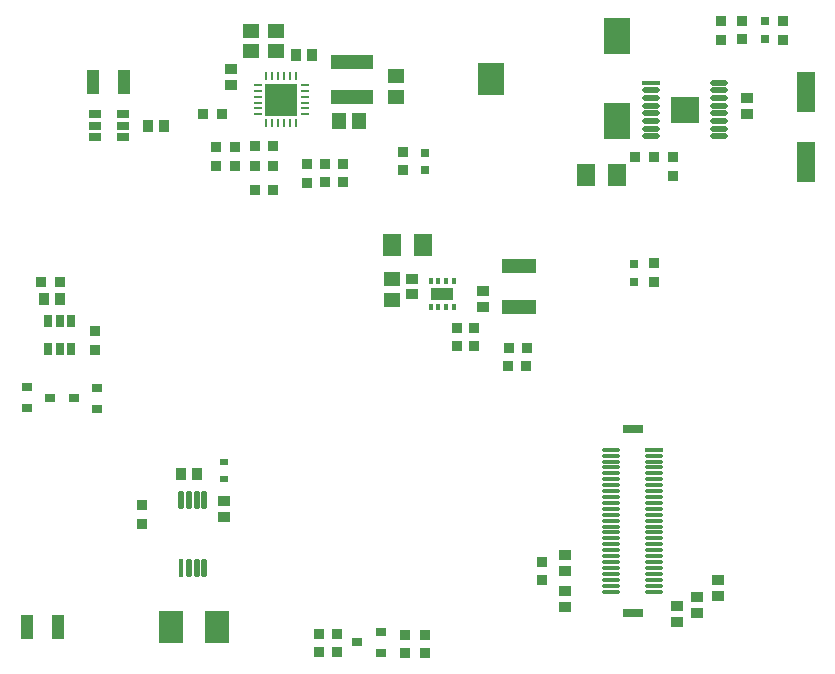
<source format=gtp>
G04*
G04 #@! TF.GenerationSoftware,Altium Limited,Altium Designer,19.0.15 (446)*
G04*
G04 Layer_Color=8421504*
%FSLAX25Y25*%
%MOIN*%
G70*
G01*
G75*
%ADD16R,0.03347X0.03347*%
%ADD17R,0.03150X0.03150*%
%ADD18R,0.04488X0.07992*%
%ADD19R,0.10630X0.10630*%
G04:AMPARAMS|DCode=20|XSize=9.84mil|YSize=29.53mil|CornerRadius=2.46mil|HoleSize=0mil|Usage=FLASHONLY|Rotation=0.000|XOffset=0mil|YOffset=0mil|HoleType=Round|Shape=RoundedRectangle|*
%AMROUNDEDRECTD20*
21,1,0.00984,0.02461,0,0,0.0*
21,1,0.00492,0.02953,0,0,0.0*
1,1,0.00492,0.00246,-0.01230*
1,1,0.00492,-0.00246,-0.01230*
1,1,0.00492,-0.00246,0.01230*
1,1,0.00492,0.00246,0.01230*
%
%ADD20ROUNDEDRECTD20*%
G04:AMPARAMS|DCode=21|XSize=9.84mil|YSize=29.53mil|CornerRadius=2.46mil|HoleSize=0mil|Usage=FLASHONLY|Rotation=90.000|XOffset=0mil|YOffset=0mil|HoleType=Round|Shape=RoundedRectangle|*
%AMROUNDEDRECTD21*
21,1,0.00984,0.02461,0,0,90.0*
21,1,0.00492,0.02953,0,0,90.0*
1,1,0.00492,0.01230,0.00246*
1,1,0.00492,0.01230,-0.00246*
1,1,0.00492,-0.01230,-0.00246*
1,1,0.00492,-0.01230,0.00246*
%
%ADD21ROUNDEDRECTD21*%
%ADD22R,0.02953X0.00984*%
%ADD23R,0.03937X0.03543*%
%ADD24R,0.05512X0.04528*%
%ADD25R,0.03543X0.03937*%
%ADD26R,0.04528X0.05512*%
%ADD27R,0.08900X0.10900*%
%ADD28R,0.08900X0.12100*%
%ADD29R,0.09685X0.09095*%
%ADD30O,0.05906X0.01772*%
%ADD31R,0.05906X0.01772*%
%ADD32R,0.05906X0.07284*%
%ADD33R,0.03347X0.03347*%
%ADD34R,0.06102X0.13583*%
%ADD35R,0.02559X0.04331*%
%ADD36R,0.03543X0.03150*%
%ADD37R,0.03150X0.02362*%
G04:AMPARAMS|DCode=38|XSize=59.06mil|YSize=17.72mil|CornerRadius=4.43mil|HoleSize=0mil|Usage=FLASHONLY|Rotation=90.000|XOffset=0mil|YOffset=0mil|HoleType=Round|Shape=RoundedRectangle|*
%AMROUNDEDRECTD38*
21,1,0.05906,0.00886,0,0,90.0*
21,1,0.05020,0.01772,0,0,90.0*
1,1,0.00886,0.00443,0.02510*
1,1,0.00886,0.00443,-0.02510*
1,1,0.00886,-0.00443,-0.02510*
1,1,0.00886,-0.00443,0.02510*
%
%ADD38ROUNDEDRECTD38*%
%ADD39R,0.01772X0.05906*%
%ADD40R,0.08465X0.11024*%
%ADD41R,0.11417X0.04921*%
%ADD42R,0.01575X0.01968*%
%ADD43R,0.07480X0.04331*%
%ADD44R,0.04331X0.02559*%
%ADD45R,0.14173X0.04528*%
%ADD46R,0.07087X0.03150*%
%ADD47R,0.06299X0.01181*%
%ADD48O,0.06299X0.01181*%
D16*
X268701Y225492D02*
D03*
Y219390D02*
D03*
X142126Y175787D02*
D03*
Y181890D02*
D03*
X232087Y174016D02*
D03*
Y180118D02*
D03*
X254921Y225590D02*
D03*
Y219488D02*
D03*
X248031Y219390D02*
D03*
Y225492D02*
D03*
X39390Y122161D02*
D03*
Y116059D02*
D03*
X113976Y21260D02*
D03*
Y15157D02*
D03*
X119882D02*
D03*
Y21260D02*
D03*
X142520Y21063D02*
D03*
Y14961D02*
D03*
X149409D02*
D03*
Y21063D02*
D03*
X188386Y39272D02*
D03*
Y45374D02*
D03*
X225788Y138735D02*
D03*
Y144837D02*
D03*
X165748Y117224D02*
D03*
Y123327D02*
D03*
X159843Y117323D02*
D03*
Y123425D02*
D03*
X122047Y171949D02*
D03*
Y178051D02*
D03*
X116142Y177953D02*
D03*
Y171850D02*
D03*
X109843Y171752D02*
D03*
Y177854D02*
D03*
X85827Y183465D02*
D03*
Y177362D02*
D03*
X79527Y183465D02*
D03*
Y177362D02*
D03*
X55118Y64173D02*
D03*
Y58071D02*
D03*
D17*
X262795Y219587D02*
D03*
Y225492D02*
D03*
X149213Y175787D02*
D03*
Y181693D02*
D03*
X218898Y138735D02*
D03*
Y144641D02*
D03*
D18*
X49055Y205216D02*
D03*
X38583D02*
D03*
X27008Y23622D02*
D03*
X16535D02*
D03*
D19*
X101378Y199409D02*
D03*
D20*
X96457Y207283D02*
D03*
X98425D02*
D03*
X100394D02*
D03*
X102362D02*
D03*
X104331D02*
D03*
X106299D02*
D03*
Y191535D02*
D03*
X104331D02*
D03*
X102362D02*
D03*
X100394D02*
D03*
X98425D02*
D03*
X96457D02*
D03*
D21*
X109252Y204331D02*
D03*
Y202362D02*
D03*
Y200394D02*
D03*
Y198425D02*
D03*
Y196457D02*
D03*
Y194488D02*
D03*
X93504D02*
D03*
Y196457D02*
D03*
Y198425D02*
D03*
Y200394D02*
D03*
Y202362D02*
D03*
D22*
Y204331D02*
D03*
D23*
X84646D02*
D03*
Y209646D02*
D03*
X256693Y200000D02*
D03*
Y194685D02*
D03*
X82480Y65748D02*
D03*
Y60433D02*
D03*
X233268Y30512D02*
D03*
Y25197D02*
D03*
X240158Y33465D02*
D03*
Y28150D02*
D03*
X247047Y39370D02*
D03*
Y34055D02*
D03*
X195866Y35630D02*
D03*
Y30315D02*
D03*
Y42323D02*
D03*
Y47638D02*
D03*
X145079Y139764D02*
D03*
Y134449D02*
D03*
X168701Y130217D02*
D03*
Y135531D02*
D03*
D24*
X99606Y222342D02*
D03*
Y215453D02*
D03*
X91339Y222342D02*
D03*
Y215453D02*
D03*
X139764Y207283D02*
D03*
Y200394D02*
D03*
X138189Y132677D02*
D03*
Y139567D02*
D03*
D25*
X111614Y214173D02*
D03*
X106299D02*
D03*
X27579Y132791D02*
D03*
X22264D02*
D03*
X73425Y74606D02*
D03*
X68110D02*
D03*
X57087Y190748D02*
D03*
X62402D02*
D03*
D26*
X127461Y192126D02*
D03*
X120571D02*
D03*
D27*
X171486Y206424D02*
D03*
D28*
X213386Y192224D02*
D03*
Y220624D02*
D03*
D29*
X236024Y196063D02*
D03*
D30*
X247441Y187106D02*
D03*
Y189665D02*
D03*
Y192224D02*
D03*
Y194783D02*
D03*
Y197343D02*
D03*
Y199902D02*
D03*
Y202461D02*
D03*
Y205020D02*
D03*
X224606Y187106D02*
D03*
Y189665D02*
D03*
Y192224D02*
D03*
Y194783D02*
D03*
Y197343D02*
D03*
Y199902D02*
D03*
Y202461D02*
D03*
D31*
Y205020D02*
D03*
D32*
X213386Y174213D02*
D03*
X202953D02*
D03*
X148622Y150886D02*
D03*
X138189D02*
D03*
D33*
X225591Y180118D02*
D03*
X219488D02*
D03*
X27579Y138697D02*
D03*
X21476D02*
D03*
X183268Y116634D02*
D03*
X177165D02*
D03*
X176969Y110728D02*
D03*
X183071D02*
D03*
X92520Y183858D02*
D03*
X98622D02*
D03*
X98721Y177165D02*
D03*
X92618D02*
D03*
X98721Y169291D02*
D03*
X92618D02*
D03*
X75394Y194488D02*
D03*
X81496D02*
D03*
D34*
X276378Y201969D02*
D03*
Y178740D02*
D03*
D35*
X23819Y125591D02*
D03*
X27559D02*
D03*
X31299D02*
D03*
Y116142D02*
D03*
X27559D02*
D03*
X23819D02*
D03*
D36*
X24409Y100000D02*
D03*
X16535Y96457D02*
D03*
Y103543D02*
D03*
X32283Y99803D02*
D03*
X40157Y103347D02*
D03*
Y96260D02*
D03*
X126772Y18504D02*
D03*
X134646Y22047D02*
D03*
Y14961D02*
D03*
D37*
X82480Y73032D02*
D03*
Y78543D02*
D03*
D38*
X75787Y65945D02*
D03*
X73228D02*
D03*
X70669D02*
D03*
X68110D02*
D03*
X75787Y43110D02*
D03*
X73228D02*
D03*
X70669D02*
D03*
D39*
X68110D02*
D03*
D40*
X64567Y23622D02*
D03*
X79921D02*
D03*
D41*
X180512Y130217D02*
D03*
Y143799D02*
D03*
D42*
X158858Y138878D02*
D03*
X156299D02*
D03*
X153740D02*
D03*
X151181D02*
D03*
Y130217D02*
D03*
X153740D02*
D03*
X156299D02*
D03*
X158858D02*
D03*
D43*
X155020Y134547D02*
D03*
D44*
X48819Y194488D02*
D03*
Y190748D02*
D03*
Y187008D02*
D03*
X39370D02*
D03*
Y190748D02*
D03*
Y194488D02*
D03*
D45*
X125000Y200394D02*
D03*
Y212008D02*
D03*
D46*
X218504Y28346D02*
D03*
Y89764D02*
D03*
D47*
X225590Y82677D02*
D03*
D48*
Y80709D02*
D03*
Y78740D02*
D03*
Y76772D02*
D03*
Y74803D02*
D03*
Y72835D02*
D03*
Y70866D02*
D03*
Y68898D02*
D03*
Y66929D02*
D03*
Y64961D02*
D03*
Y62992D02*
D03*
Y61024D02*
D03*
Y59055D02*
D03*
Y57087D02*
D03*
Y55118D02*
D03*
Y53150D02*
D03*
Y51181D02*
D03*
Y49213D02*
D03*
Y47244D02*
D03*
Y45276D02*
D03*
Y43307D02*
D03*
Y41339D02*
D03*
Y39370D02*
D03*
Y37402D02*
D03*
Y35433D02*
D03*
X211417D02*
D03*
Y37402D02*
D03*
Y39370D02*
D03*
Y41339D02*
D03*
Y43307D02*
D03*
Y45276D02*
D03*
Y47244D02*
D03*
Y49213D02*
D03*
Y51181D02*
D03*
Y53150D02*
D03*
Y55118D02*
D03*
Y57087D02*
D03*
Y59055D02*
D03*
Y61024D02*
D03*
Y62992D02*
D03*
Y64961D02*
D03*
Y66929D02*
D03*
Y68898D02*
D03*
Y70866D02*
D03*
Y72835D02*
D03*
Y74803D02*
D03*
Y76772D02*
D03*
Y78740D02*
D03*
Y80709D02*
D03*
Y82677D02*
D03*
M02*

</source>
